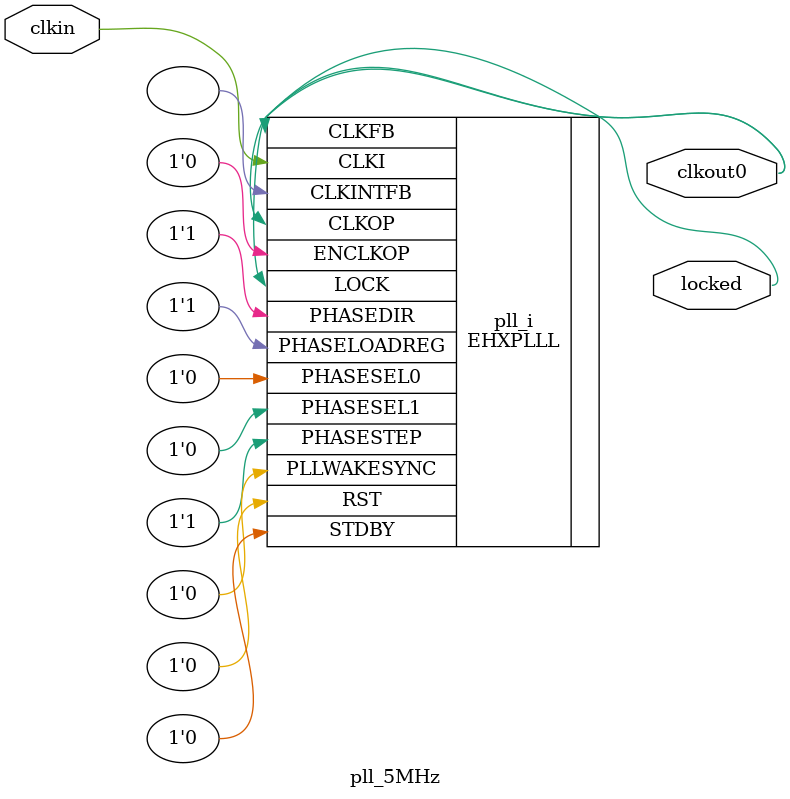
<source format=sv>
module pll_5MHz (
    input  clkin,    // 25 MHz, 0 deg
    output clkout0,  // 5 MHz, 0 deg
    output locked
);
    (* FREQUENCY_PIN_CLKI="25" *)
(* FREQUENCY_PIN_CLKOP="5" *)
(* ICP_CURRENT="12" *) (* LPF_RESISTOR="8" *) (* MFG_ENABLE_FILTEROPAMP="1" *) (* MFG_GMCREF_SEL="2" *)
    EHXPLLL #(
        .PLLRST_ENA("DISABLED"),
        .INTFB_WAKE("DISABLED"),
        .STDBY_ENABLE("DISABLED"),
        .DPHASE_SOURCE("DISABLED"),
        .OUTDIVIDER_MUXA("DIVA"),
        .OUTDIVIDER_MUXB("DIVB"),
        .OUTDIVIDER_MUXC("DIVC"),
        .OUTDIVIDER_MUXD("DIVD"),
        .CLKI_DIV(5),
        .CLKOP_ENABLE("ENABLED"),
        .CLKOP_DIV(120),
        .CLKOP_CPHASE(60),
        .CLKOP_FPHASE(0),
        .FEEDBK_PATH("CLKOP"),
        .CLKFB_DIV(1)
    ) pll_i (
        .RST(1'b0),
        .STDBY(1'b0),
        .CLKI(clkin),
        .CLKOP(clkout0),
        .CLKFB(clkout0),
        .CLKINTFB(),
        .PHASESEL0(1'b0),
        .PHASESEL1(1'b0),
        .PHASEDIR(1'b1),
        .PHASESTEP(1'b1),
        .PHASELOADREG(1'b1),
        .PLLWAKESYNC(1'b0),
        .ENCLKOP(1'b0),
        .LOCK(locked)
    );
endmodule

</source>
